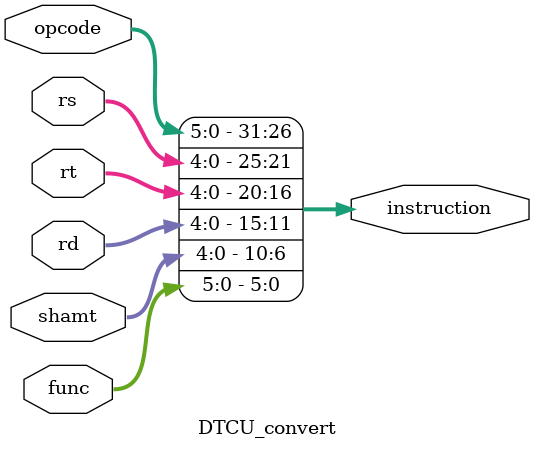
<source format=v>
module DTCU_convert (
  input [5:0] opcode,
  input [4:0] rs, rt, rd, shamt,
  input [5:0]  func,
  output [31:0] instruction
) ;
 assign instruction  [31:26] = opcode;
 assign instruction  [25:21] = rs;
 assign instruction  [20:16] = rt;
 assign instruction  [15:11] = rd;
 assign instruction  [10:6]  = shamt;
 assign instruction  [5:0]   = func;
 
endmodule
</source>
